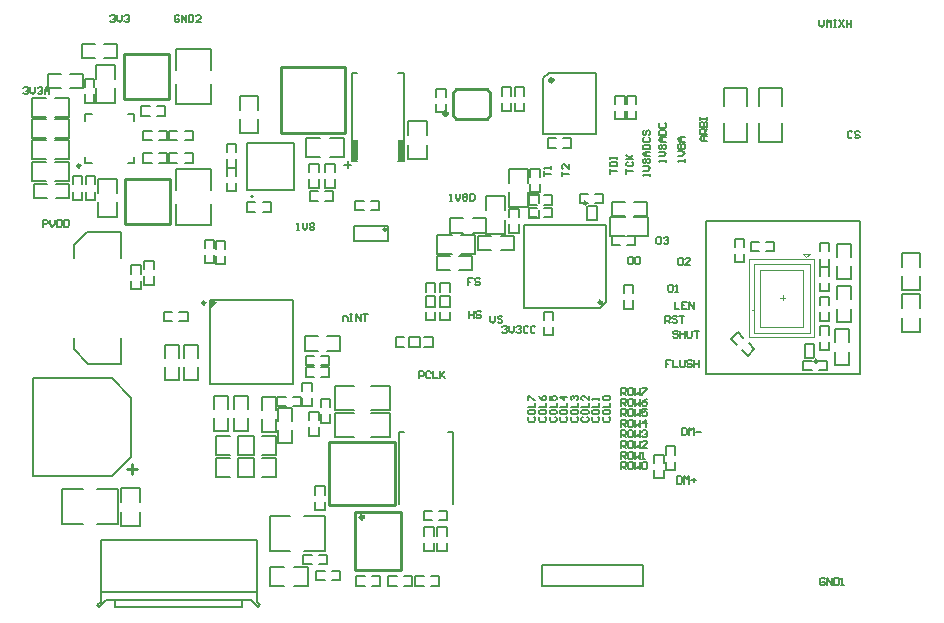
<source format=gto>
G04 Layer_Color=65535*
%FSLAX44Y44*%
%MOMM*%
G71*
G01*
G75*
%ADD57C,0.1500*%
%ADD58C,0.3000*%
%ADD63C,0.2000*%
%ADD64C,0.2500*%
%ADD99C,0.2540*%
%ADD100C,0.0500*%
%ADD101C,0.1524*%
%ADD102R,0.5000X1.7500*%
%ADD103R,0.5000X1.8000*%
G36*
X171000Y246500D02*
X166000Y241500D01*
X165000Y247500D01*
X171000Y246500D01*
D02*
G37*
D57*
X16000Y346000D02*
X27000D01*
X35000D02*
X46000D01*
X16000Y334000D02*
X27000D01*
X35000D02*
X46000D01*
X16000D02*
Y346000D01*
X46000Y334000D02*
Y346000D01*
X693799Y193000D02*
Y204000D01*
Y212000D02*
Y223000D01*
X705799Y193000D02*
Y204000D01*
Y212000D02*
Y223000D01*
X693799Y193000D02*
X705799D01*
X693799Y223000D02*
X705799D01*
X348500Y387500D02*
Y399500D01*
Y367500D02*
Y379500D01*
X332500Y387500D02*
Y399500D01*
Y367500D02*
Y379500D01*
Y399500D02*
X348500D01*
X332500Y367500D02*
X348500D01*
X611757Y220399D02*
X616707Y215450D01*
X620950Y211207D02*
X625900Y206257D01*
X606101Y214743D02*
X611050Y209793D01*
X615293Y205550D02*
X620243Y200600D01*
X606101Y214743D02*
X611757Y220399D01*
X620243Y200600D02*
X625900Y206257D01*
X357000Y285000D02*
X368000D01*
X376000D02*
X387000D01*
X357000Y273000D02*
X368000D01*
X376000D02*
X387000D01*
X357000D02*
Y285000D01*
X387000Y273000D02*
Y285000D01*
X264500Y205000D02*
X275500D01*
X245500D02*
X256500D01*
X264500Y217000D02*
X275500D01*
X245500D02*
X256500D01*
X275500Y205000D02*
Y217000D01*
X245500Y205000D02*
Y217000D01*
X209000Y136000D02*
Y147000D01*
Y155000D02*
Y166000D01*
X221000Y136000D02*
Y147000D01*
Y155000D02*
Y166000D01*
X209000Y136000D02*
X221000D01*
X209000Y166000D02*
X221000D01*
X243000Y158000D02*
X251000D01*
X243000Y178000D02*
X251000D01*
X243000Y158000D02*
Y165000D01*
Y171000D02*
Y178000D01*
X251000Y158000D02*
Y165000D01*
Y171000D02*
Y178000D01*
X436000Y339000D02*
X444000D01*
X436000Y359000D02*
X444000D01*
X436000Y339000D02*
Y346000D01*
Y352000D02*
Y359000D01*
X444000Y339000D02*
Y346000D01*
Y352000D02*
Y359000D01*
X435500Y337250D02*
X443500D01*
X435500Y317250D02*
X443500D01*
Y330250D02*
Y337250D01*
Y317250D02*
Y324250D01*
X435500Y330250D02*
Y337250D01*
Y317250D02*
Y324250D01*
X234500Y145500D02*
Y156500D01*
Y126500D02*
Y137500D01*
X222500Y145500D02*
Y156500D01*
Y126500D02*
Y137500D01*
Y156500D02*
X234500D01*
X222500Y126500D02*
X234500D01*
X347500Y242000D02*
Y249000D01*
Y255000D02*
Y262000D01*
X355500Y242000D02*
Y249000D01*
Y255000D02*
Y262000D01*
X347500Y242000D02*
X355500D01*
X347500Y262000D02*
X355500D01*
X360000Y242000D02*
Y249000D01*
Y255000D02*
Y262000D01*
X368000Y242000D02*
Y249000D01*
Y255000D02*
Y262000D01*
X360000Y242000D02*
X368000D01*
X360000Y262000D02*
X368000D01*
X355500Y244000D02*
Y251000D01*
Y231000D02*
Y238000D01*
X347500Y244000D02*
Y251000D01*
Y231000D02*
Y238000D01*
Y251000D02*
X355500D01*
X347500Y231000D02*
X355500D01*
X368000Y244000D02*
Y251000D01*
Y231000D02*
Y238000D01*
X360000Y244000D02*
Y251000D01*
Y231000D02*
Y238000D01*
Y251000D02*
X368000D01*
X360000Y231000D02*
X368000D01*
X301000Y324000D02*
X308000D01*
X288000D02*
X295000D01*
X301000Y332000D02*
X308000D01*
X288000D02*
X295000D01*
X308000Y324000D02*
Y332000D01*
X288000Y324000D02*
Y332000D01*
X262500D02*
X269500D01*
X249500D02*
X256500D01*
X262500Y340000D02*
X269500D01*
X249500D02*
X256500D01*
X269500Y332000D02*
Y340000D01*
X249500Y332000D02*
Y340000D01*
X257000Y356000D02*
Y363000D01*
Y343000D02*
Y350000D01*
X249000Y356000D02*
Y363000D01*
Y343000D02*
Y350000D01*
Y363000D02*
X257000D01*
X249000Y343000D02*
X257000D01*
X262500D02*
Y350000D01*
Y356000D02*
Y363000D01*
X270500Y343000D02*
Y350000D01*
Y356000D02*
Y363000D01*
X262500Y343000D02*
X270500D01*
X262500Y363000D02*
X270500D01*
X366000Y61500D02*
Y69500D01*
X346000Y61500D02*
Y69500D01*
X359000Y61500D02*
X366000D01*
X346000D02*
X353000D01*
X359000Y69500D02*
X366000D01*
X346000D02*
X353000D01*
X346500Y35500D02*
X354500D01*
X346500Y55500D02*
X354500D01*
X346500Y35500D02*
Y42500D01*
Y48500D02*
Y55500D01*
X354500Y35500D02*
Y42500D01*
Y48500D02*
Y55500D01*
X246000Y183000D02*
Y191000D01*
X266000Y183000D02*
Y191000D01*
X246000D02*
X253000D01*
X259000D02*
X266000D01*
X246000Y183000D02*
X253000D01*
X259000D02*
X266000D01*
X246000Y192500D02*
Y200500D01*
X266000Y192500D02*
Y200500D01*
X246000D02*
X253000D01*
X259000D02*
X266000D01*
X246000Y192500D02*
X253000D01*
X259000D02*
X266000D01*
X508000Y401000D02*
X516000D01*
X508000Y421000D02*
X516000D01*
X508000Y401000D02*
Y408000D01*
Y414000D02*
Y421000D01*
X516000Y401000D02*
Y408000D01*
Y414000D02*
Y421000D01*
X109500Y281000D02*
X117500D01*
X109500Y261000D02*
X117500D01*
Y274000D02*
Y281000D01*
Y261000D02*
Y268000D01*
X109500Y274000D02*
Y281000D01*
Y261000D02*
Y268000D01*
X254000Y90000D02*
X262000D01*
X254000Y70000D02*
X262000D01*
Y83000D02*
Y90000D01*
Y70000D02*
Y77000D01*
X254000Y83000D02*
Y90000D01*
Y70000D02*
Y77000D01*
X249000Y133000D02*
X257000D01*
X249000Y153000D02*
X257000D01*
X249000Y133000D02*
Y140000D01*
Y146000D02*
Y153000D01*
X257000Y133000D02*
Y140000D01*
Y146000D02*
Y153000D01*
X316000Y6000D02*
Y14000D01*
X336000Y6000D02*
Y14000D01*
X316000D02*
X323000D01*
X329000D02*
X336000D01*
X316000Y6000D02*
X323000D01*
X329000D02*
X336000D01*
X275000Y10500D02*
Y18500D01*
X255000Y10500D02*
Y18500D01*
X268000Y10500D02*
X275000D01*
X255000D02*
X262000D01*
X268000Y18500D02*
X275000D01*
X255000D02*
X262000D01*
X170000Y278000D02*
X178000D01*
X170000Y298000D02*
X178000D01*
X170000Y278000D02*
Y285000D01*
Y291000D02*
Y298000D01*
X178000Y278000D02*
Y285000D01*
Y291000D02*
Y298000D01*
X262500Y35500D02*
Y65000D01*
X245000D02*
X262500D01*
X245000Y35490D02*
X262500Y35500D01*
X215500Y65000D02*
X233000Y65010D01*
X215500Y35500D02*
X233000D01*
X215500D02*
Y65000D01*
X87000Y58500D02*
Y88000D01*
X69500D02*
X87000D01*
X69500Y58490D02*
X87000Y58500D01*
X40000Y88000D02*
X57500Y88010D01*
X40000Y58500D02*
X57500D01*
X40000D02*
Y88000D01*
X357500Y55500D02*
X365500D01*
X357500Y35500D02*
X365500D01*
Y48500D02*
Y55500D01*
Y35500D02*
Y42500D01*
X357500Y48500D02*
Y55500D01*
Y35500D02*
Y42500D01*
X257000Y24000D02*
X264000D01*
X244000D02*
X251000D01*
X257000Y32000D02*
X264000D01*
X244000D02*
X251000D01*
X264000Y24000D02*
Y32000D01*
X244000Y24000D02*
Y32000D01*
X289000Y6000D02*
Y14000D01*
X309000Y6000D02*
Y14000D01*
X289000D02*
X296000D01*
X302000D02*
X309000D01*
X289000Y6000D02*
X296000D01*
X302000D02*
X309000D01*
X359000Y6000D02*
Y14000D01*
X339000Y6000D02*
Y14000D01*
X352000Y6000D02*
X359000D01*
X339000D02*
X346000D01*
X352000Y14000D02*
X359000D01*
X339000D02*
X346000D01*
X168000Y137000D02*
Y148000D01*
Y156000D02*
Y167000D01*
X180000Y137000D02*
Y148000D01*
Y156000D02*
Y167000D01*
X168000Y137000D02*
X180000D01*
X168000Y167000D02*
X180000D01*
X377500Y287000D02*
X389500D01*
X357500D02*
X369500D01*
X377500Y303000D02*
X389500D01*
X357500D02*
X369500D01*
X389500Y287000D02*
Y303000D01*
X357500Y287000D02*
Y303000D01*
X518000Y401000D02*
X526000D01*
X518000Y421000D02*
X526000D01*
X518000Y401000D02*
Y408000D01*
Y414000D02*
Y421000D01*
X526000Y401000D02*
Y408000D01*
Y414000D02*
Y421000D01*
X412000Y428000D02*
X420000D01*
X412000Y408000D02*
X420000D01*
Y421000D02*
Y428000D01*
Y408000D02*
Y415000D01*
X412000Y421000D02*
Y428000D01*
Y408000D02*
Y415000D01*
X356500Y406876D02*
X364500D01*
X356500Y426876D02*
X364500D01*
X356500Y406876D02*
Y413876D01*
Y419876D02*
Y426876D01*
X364500Y406876D02*
Y413876D01*
Y419876D02*
Y426876D01*
X60000Y332750D02*
X68000D01*
X60000Y352750D02*
X68000D01*
X60000Y332750D02*
Y339750D01*
Y345750D02*
Y352750D01*
X68000Y332750D02*
Y339750D01*
Y345750D02*
Y352750D01*
X49000Y332750D02*
X57000D01*
X49000Y352750D02*
X57000D01*
X49000Y332750D02*
Y339750D01*
Y345750D02*
Y352750D01*
X57000Y332750D02*
Y339750D01*
Y345750D02*
Y352750D01*
X14000Y365000D02*
X26000D01*
X34000D02*
X46000D01*
X14000Y349000D02*
X26000D01*
X34000D02*
X46000D01*
X14000D02*
Y365000D01*
X46000Y349000D02*
Y365000D01*
X107000Y404000D02*
Y412000D01*
X127000Y404000D02*
Y412000D01*
X107000D02*
X114000D01*
X120000D02*
X127000D01*
X107000Y404000D02*
X114000D01*
X120000D02*
X127000D01*
X515500Y260500D02*
X523500D01*
X515500Y240500D02*
X523500D01*
Y253500D02*
Y260500D01*
Y240500D02*
Y247500D01*
X515500Y253500D02*
Y260500D01*
Y240500D02*
Y247500D01*
X108500Y383000D02*
Y391000D01*
X128500Y383000D02*
Y391000D01*
X108500D02*
X115500D01*
X121500D02*
X128500D01*
X108500Y383000D02*
X115500D01*
X121500D02*
X128500D01*
X216500Y322750D02*
Y330750D01*
X196500Y322750D02*
Y330750D01*
X209500Y322750D02*
X216500D01*
X196500D02*
X203500D01*
X209500Y330750D02*
X216500D01*
X196500D02*
X203500D01*
X179000Y380000D02*
X187000D01*
X179000Y360000D02*
X187000D01*
Y373000D02*
Y380000D01*
Y360000D02*
Y367000D01*
X179000Y373000D02*
Y380000D01*
Y360000D02*
Y367000D01*
X447500Y218000D02*
X455500D01*
X447500Y238000D02*
X455500D01*
X447500Y218000D02*
Y225000D01*
Y231000D02*
Y238000D01*
X455500Y218000D02*
Y225000D01*
Y231000D02*
Y238000D01*
X246500Y385000D02*
X258500D01*
X266500D02*
X278500D01*
X246500Y369000D02*
X258500D01*
X266500D02*
X278500D01*
X246500D02*
Y385000D01*
X278500Y369000D02*
Y385000D01*
X681250Y225500D02*
X689250D01*
X681250Y205500D02*
X689250D01*
Y218500D02*
Y225500D01*
Y205500D02*
Y212500D01*
X681250Y218500D02*
Y225500D01*
Y205500D02*
Y212500D01*
X485417Y327570D02*
X492417D01*
X484417Y315571D02*
X492417D01*
Y327570D01*
X484417Y315571D02*
Y326571D01*
X485417Y327570D01*
X766500Y276000D02*
Y288000D01*
Y256000D02*
Y268000D01*
X750500Y276000D02*
Y288000D01*
Y256000D02*
Y268000D01*
Y288000D02*
X766500D01*
X750500Y256000D02*
X766500D01*
X59000Y415000D02*
X67000D01*
X59000Y435000D02*
X67000D01*
X59000Y415000D02*
Y422000D01*
Y428000D02*
Y435000D01*
X67000Y415000D02*
Y422000D01*
Y428000D02*
Y435000D01*
X505000Y294250D02*
Y302250D01*
X525000Y294250D02*
Y302250D01*
X505000D02*
X512000D01*
X518000D02*
X525000D01*
X505000Y294250D02*
X512000D01*
X518000D02*
X525000D01*
X435000Y318000D02*
Y326000D01*
X455000Y318000D02*
Y326000D01*
X435000D02*
X442000D01*
X448000D02*
X455000D01*
X435000Y318000D02*
X442000D01*
X448000D02*
X455000D01*
X681250Y276000D02*
X689250D01*
X681250Y296000D02*
X689250D01*
X681250Y276000D02*
Y283000D01*
Y289000D02*
Y296000D01*
X689250Y276000D02*
Y283000D01*
Y289000D02*
Y296000D01*
X179000Y340000D02*
X187000D01*
X179000Y360000D02*
X187000D01*
X179000Y340000D02*
Y347000D01*
Y353000D02*
Y360000D01*
X187000Y340000D02*
Y347000D01*
Y353000D02*
Y360000D01*
X46000Y367000D02*
Y383000D01*
X14000Y367000D02*
Y383000D01*
X34000Y367000D02*
X46000D01*
X14000D02*
X26000D01*
X34000Y383000D02*
X46000D01*
X14000D02*
X26000D01*
X609515Y279870D02*
X617515D01*
X609515Y299870D02*
X617515D01*
X609515Y279870D02*
Y286870D01*
Y292870D02*
Y299870D01*
X617515Y279870D02*
Y286870D01*
Y292870D02*
Y299870D01*
X687500Y188500D02*
Y196500D01*
X667500Y188500D02*
Y196500D01*
X680500Y188500D02*
X687500D01*
X667500D02*
X674500D01*
X680500Y196500D02*
X687500D01*
X667500D02*
X674500D01*
X478000Y330000D02*
Y338000D01*
X498000Y330000D02*
Y338000D01*
X478000D02*
X485000D01*
X491000D02*
X498000D01*
X478000Y330000D02*
X485000D01*
X491000D02*
X498000D01*
X689250Y268500D02*
Y275500D01*
Y255500D02*
Y262500D01*
X681250Y268500D02*
Y275500D01*
Y255500D02*
Y262500D01*
Y275500D02*
X689250D01*
X681250Y255500D02*
X689250D01*
X681250Y250500D02*
X689250D01*
X681250Y230500D02*
X689250D01*
Y243500D02*
Y250500D01*
Y230500D02*
Y237500D01*
X681250Y243500D02*
Y250500D01*
Y230500D02*
Y237500D01*
X649500Y411750D02*
Y427750D01*
Y381750D02*
Y397750D01*
X629500Y411750D02*
Y427750D01*
Y381750D02*
Y397750D01*
Y427750D02*
X649500D01*
X629500Y381750D02*
X649500D01*
X622709Y289000D02*
Y297000D01*
X642709Y289000D02*
Y297000D01*
X622709D02*
X629709D01*
X635709D02*
X642709D01*
X622709Y289000D02*
X629709D01*
X635709D02*
X642709D01*
X14000Y419000D02*
X26000D01*
X34000D02*
X46000D01*
X14000Y403000D02*
X26000D01*
X34000D02*
X46000D01*
X14000D02*
Y419000D01*
X46000Y403000D02*
Y419000D01*
X524000Y302500D02*
X536000D01*
X504000D02*
X516000D01*
X524000Y318500D02*
X536000D01*
X504000D02*
X516000D01*
X536000Y302500D02*
Y318500D01*
X504000Y302500D02*
Y318500D01*
X750500Y221000D02*
Y233000D01*
Y241000D02*
Y253000D01*
X766500Y221000D02*
Y233000D01*
Y241000D02*
Y253000D01*
X750500Y221000D02*
X766500D01*
X750500Y253000D02*
X766500D01*
X206000Y409000D02*
Y421000D01*
Y389000D02*
Y401000D01*
X190000Y409000D02*
Y421000D01*
Y389000D02*
Y401000D01*
Y421000D02*
X206000D01*
X190000Y389000D02*
X206000D01*
X46000Y385000D02*
Y401000D01*
X14000Y385000D02*
Y401000D01*
X34000Y385000D02*
X46000D01*
X14000D02*
X26000D01*
X34000Y401000D02*
X46000D01*
X14000D02*
X26000D01*
X84500Y435000D02*
Y447000D01*
Y415000D02*
Y427000D01*
X68500Y435000D02*
Y447000D01*
Y415000D02*
Y427000D01*
Y447000D02*
X84500D01*
X68500Y415000D02*
X84500D01*
X130500Y391000D02*
X137500D01*
X143500D02*
X150500D01*
X130500Y383000D02*
X137500D01*
X143500D02*
X150500D01*
X130500D02*
Y391000D01*
X150500Y383000D02*
Y391000D01*
X130500Y372000D02*
X137500D01*
X143500D02*
X150500D01*
X130500Y364000D02*
X137500D01*
X143500D02*
X150500D01*
X130500D02*
Y372000D01*
X150500Y364000D02*
Y372000D01*
X108500D02*
X115500D01*
X121500D02*
X128500D01*
X108500Y364000D02*
X115500D01*
X121500D02*
X128500D01*
X108500D02*
Y372000D01*
X128500Y364000D02*
Y372000D01*
X70500Y318500D02*
Y330500D01*
Y338500D02*
Y350500D01*
X86500Y318500D02*
Y330500D01*
Y338500D02*
Y350500D01*
X70500Y318500D02*
X86500D01*
X70500Y350500D02*
X86500D01*
X549000Y110000D02*
Y117000D01*
Y97000D02*
Y104000D01*
X541000Y110000D02*
Y117000D01*
Y97000D02*
Y104000D01*
Y117000D02*
X549000D01*
X541000Y97000D02*
X549000D01*
X559000Y117000D02*
Y124000D01*
Y104000D02*
Y111000D01*
X551000Y117000D02*
Y124000D01*
Y104000D02*
Y111000D01*
Y124000D02*
X559000D01*
X551000Y104000D02*
X559000D01*
X620000Y411750D02*
Y427750D01*
Y381750D02*
Y397750D01*
X600000Y411750D02*
Y427750D01*
Y381750D02*
Y397750D01*
Y427750D02*
X620000D01*
X600000Y381750D02*
X620000D01*
X505000Y319000D02*
Y331000D01*
X535000Y319000D02*
Y331000D01*
X505000D02*
X516000D01*
X524000D02*
X535000D01*
X505000Y319000D02*
X516000D01*
X524000D02*
X535000D01*
X414500Y324000D02*
Y336000D01*
Y304000D02*
Y316000D01*
X398500Y324000D02*
Y336000D01*
Y304000D02*
Y316000D01*
Y336000D02*
X414500D01*
X398500Y304000D02*
X414500D01*
X426500Y318000D02*
Y325000D01*
Y305000D02*
Y312000D01*
X418500Y318000D02*
Y325000D01*
Y305000D02*
Y312000D01*
Y325000D02*
X426500D01*
X418500Y305000D02*
X426500D01*
X434000Y347000D02*
Y359000D01*
Y327000D02*
Y339000D01*
X418000Y347000D02*
Y359000D01*
Y327000D02*
Y339000D01*
Y359000D02*
X434000D01*
X418000Y327000D02*
X434000D01*
X422000Y290000D02*
Y302000D01*
X392000Y290000D02*
Y302000D01*
X411000Y290000D02*
X422000D01*
X392000D02*
X403000D01*
X411000Y302000D02*
X422000D01*
X392000D02*
X403000D01*
X398500Y305000D02*
Y317000D01*
X368500Y305000D02*
Y317000D01*
X387500Y305000D02*
X398500D01*
X368500D02*
X379500D01*
X387500Y317000D02*
X398500D01*
X368500D02*
X379500D01*
X448000Y328500D02*
X455000D01*
X435000D02*
X442000D01*
X448000Y336500D02*
X455000D01*
X435000D02*
X442000D01*
X455000Y328500D02*
Y336500D01*
X435000Y328500D02*
Y336500D01*
X136500Y413500D02*
X166000D01*
Y431000D01*
X136490D02*
X136500Y413500D01*
X166000Y460500D02*
X166010Y443000D01*
X136500D02*
Y460500D01*
X166000D01*
X136000Y358500D02*
X165500D01*
X136000Y341000D02*
Y358500D01*
X165500D02*
X165510Y341000D01*
X135990Y329000D02*
X136000Y311500D01*
X165500D02*
Y329000D01*
X136000Y311500D02*
X165500D01*
X668500Y198500D02*
X675500D01*
X668500Y210500D02*
X676500D01*
X668500Y198500D02*
Y210500D01*
X676500Y199500D02*
Y210500D01*
X675500Y198500D02*
X676500Y199500D01*
X451000Y377000D02*
Y385000D01*
X471000Y377000D02*
Y385000D01*
X451000D02*
X458000D01*
X464000D02*
X471000D01*
X451000Y377000D02*
X458000D01*
X464000D02*
X471000D01*
X98500Y277250D02*
X106500D01*
X98500Y257250D02*
X106500D01*
Y270250D02*
Y277250D01*
Y257250D02*
Y264250D01*
X98500Y270250D02*
Y277250D01*
Y257250D02*
Y264250D01*
X423000Y428000D02*
X431000D01*
X423000Y408000D02*
X431000D01*
Y421000D02*
Y428000D01*
Y408000D02*
Y415000D01*
X423000Y421000D02*
Y428000D01*
Y408000D02*
Y415000D01*
X106000Y76500D02*
Y88500D01*
Y56500D02*
Y68500D01*
X90000Y76500D02*
Y88500D01*
Y56500D02*
Y68500D01*
Y88500D02*
X106000D01*
X90000Y56500D02*
X106000D01*
X271000Y155000D02*
Y175000D01*
X317000Y155000D02*
Y175000D01*
X271000D02*
X287000D01*
X301000D02*
X317000D01*
X271000Y155000D02*
X287000D01*
X301000D02*
X317000D01*
X271000Y132000D02*
Y152000D01*
X317000Y132000D02*
Y152000D01*
X271000D02*
X287000D01*
X301000D02*
X317000D01*
X271000Y132000D02*
X287000D01*
X301000D02*
X317000D01*
X216000Y21500D02*
X228000D01*
X236000D02*
X248000D01*
X216000Y5500D02*
X228000D01*
X236000D02*
X248000D01*
X216000D02*
Y21500D01*
X248000Y5500D02*
Y21500D01*
X185000Y137000D02*
Y148000D01*
Y156000D02*
Y167000D01*
X197000Y137000D02*
Y148000D01*
Y156000D02*
Y167000D01*
X185000Y137000D02*
X197000D01*
X185000Y167000D02*
X197000D01*
X146000Y230000D02*
Y238000D01*
X126000Y230000D02*
Y238000D01*
X139000Y230000D02*
X146000D01*
X126000D02*
X133000D01*
X139000Y238000D02*
X146000D01*
X126000D02*
X133000D01*
X267000Y157000D02*
Y164000D01*
Y144000D02*
Y151000D01*
X259000Y157000D02*
Y164000D01*
Y144000D02*
Y151000D01*
Y164000D02*
X267000D01*
X259000Y144000D02*
X267000D01*
X189000Y114000D02*
X201000D01*
X209000D02*
X221000D01*
X189000Y98000D02*
X201000D01*
X209000D02*
X221000D01*
X189000D02*
Y114000D01*
X221000Y98000D02*
Y114000D01*
X189000Y133000D02*
X201000D01*
X209000D02*
X221000D01*
X189000Y117000D02*
X201000D01*
X209000D02*
X221000D01*
X189000D02*
Y133000D01*
X221000Y117000D02*
Y133000D01*
X170000D02*
X182000D01*
X190000D02*
X202000D01*
X170000Y117000D02*
X182000D01*
X190000D02*
X202000D01*
X170000D02*
Y133000D01*
X202000Y117000D02*
Y133000D01*
X170000Y114000D02*
X182000D01*
X190000D02*
X202000D01*
X170000Y98000D02*
X182000D01*
X190000D02*
X202000D01*
X170000D02*
Y114000D01*
X202000Y98000D02*
Y114000D01*
X160500Y279000D02*
X168500D01*
X160500Y299000D02*
X168500D01*
X160500Y279000D02*
Y286000D01*
Y292000D02*
Y299000D01*
X168500Y279000D02*
Y286000D01*
Y292000D02*
Y299000D01*
X222000Y158000D02*
Y166000D01*
X242000Y158000D02*
Y166000D01*
X222000D02*
X229000D01*
X235000D02*
X242000D01*
X222000Y158000D02*
X229000D01*
X235000D02*
X242000D01*
X127000Y180000D02*
Y191000D01*
Y199000D02*
Y210000D01*
X139000Y180000D02*
Y191000D01*
Y199000D02*
Y210000D01*
X127000Y180000D02*
X139000D01*
X127000Y210000D02*
X139000D01*
X143000Y180000D02*
Y191000D01*
Y199000D02*
Y210000D01*
X155000Y180000D02*
Y191000D01*
Y199000D02*
Y210000D01*
X143000Y180000D02*
X155000D01*
X143000Y210000D02*
X155000D01*
X418000Y327000D02*
Y339000D01*
Y347000D02*
Y359000D01*
X434000Y327000D02*
Y339000D01*
Y347000D02*
Y359000D01*
X418000Y327000D02*
X434000D01*
X418000Y359000D02*
X434000D01*
X708000Y248500D02*
Y259500D01*
Y229500D02*
Y240500D01*
X696000Y248500D02*
Y259500D01*
Y229500D02*
Y240500D01*
Y259500D02*
X708000D01*
X696000Y229500D02*
X708000D01*
X695500Y265500D02*
Y276500D01*
Y284500D02*
Y295500D01*
X707500Y265500D02*
Y276500D01*
Y284500D02*
Y295500D01*
X695500Y265500D02*
X707500D01*
X695500Y295500D02*
X707500D01*
X46500Y427000D02*
X57500D01*
X27500D02*
X38500D01*
X46500Y439000D02*
X57500D01*
X27500D02*
X38500D01*
X57500Y427000D02*
Y439000D01*
X27500Y427000D02*
Y439000D01*
X56500Y464500D02*
X67500D01*
X75500D02*
X86500D01*
X56500Y452500D02*
X67500D01*
X75500D02*
X86500D01*
X56500D02*
Y464500D01*
X86500Y452500D02*
Y464500D01*
X322500Y208500D02*
Y216500D01*
X342500Y208500D02*
Y216500D01*
X322500D02*
X329500D01*
X335500D02*
X342500D01*
X322500Y208500D02*
X329500D01*
X335500D02*
X342500D01*
X333500Y208500D02*
Y216500D01*
X353500Y208500D02*
Y216500D01*
X333500D02*
X340500D01*
X346500D02*
X353500D01*
X333500Y208500D02*
X340500D01*
X346500D02*
X353500D01*
X564500Y139498D02*
Y133500D01*
X567499D01*
X568499Y134500D01*
Y138498D01*
X567499Y139498D01*
X564500D01*
X570498Y133500D02*
Y139498D01*
X572497Y137499D01*
X574497Y139498D01*
Y133500D01*
X576496Y136499D02*
X580495D01*
X560500Y98498D02*
Y92500D01*
X563499D01*
X564499Y93500D01*
Y97498D01*
X563499Y98498D01*
X560500D01*
X566498Y92500D02*
Y98498D01*
X568497Y96499D01*
X570497Y98498D01*
Y92500D01*
X572496Y95499D02*
X576495D01*
X574496Y97498D02*
Y93500D01*
X402500Y234498D02*
Y230499D01*
X404499Y228500D01*
X406499Y230499D01*
Y234498D01*
X412497Y233498D02*
X411497Y234498D01*
X409498D01*
X408498Y233498D01*
Y232499D01*
X409498Y231499D01*
X411497D01*
X412497Y230499D01*
Y229500D01*
X411497Y228500D01*
X409498D01*
X408498Y229500D01*
X560999Y220998D02*
X559999Y221998D01*
X558000D01*
X557000Y220998D01*
Y219999D01*
X558000Y218999D01*
X559999D01*
X560999Y217999D01*
Y217000D01*
X559999Y216000D01*
X558000D01*
X557000Y217000D01*
X562998Y221998D02*
Y216000D01*
Y218999D01*
X566997D01*
Y221998D01*
Y216000D01*
X568996Y221998D02*
Y217000D01*
X569996Y216000D01*
X571995D01*
X572995Y217000D01*
Y221998D01*
X574994D02*
X578993D01*
X576993D01*
Y216000D01*
X550500Y228500D02*
Y234498D01*
X553499D01*
X554499Y233498D01*
Y231499D01*
X553499Y230499D01*
X550500D01*
X552499D02*
X554499Y228500D01*
X560497Y233498D02*
X559497Y234498D01*
X557498D01*
X556498Y233498D01*
Y232499D01*
X557498Y231499D01*
X559497D01*
X560497Y230499D01*
Y229500D01*
X559497Y228500D01*
X557498D01*
X556498Y229500D01*
X562496Y234498D02*
X566495D01*
X564496D01*
Y228500D01*
X513000Y167500D02*
Y173498D01*
X515999D01*
X516999Y172498D01*
Y170499D01*
X515999Y169499D01*
X513000D01*
X514999D02*
X516999Y167500D01*
X521997Y173498D02*
X519998D01*
X518998Y172498D01*
Y168500D01*
X519998Y167500D01*
X521997D01*
X522997Y168500D01*
Y172498D01*
X521997Y173498D01*
X524996D02*
Y167500D01*
X526996Y169499D01*
X528995Y167500D01*
Y173498D01*
X530994D02*
X534993D01*
Y172498D01*
X530994Y168500D01*
Y167500D01*
X513000Y158500D02*
Y164498D01*
X515999D01*
X516999Y163498D01*
Y161499D01*
X515999Y160499D01*
X513000D01*
X514999D02*
X516999Y158500D01*
X521997Y164498D02*
X519998D01*
X518998Y163498D01*
Y159500D01*
X519998Y158500D01*
X521997D01*
X522997Y159500D01*
Y163498D01*
X521997Y164498D01*
X524996D02*
Y158500D01*
X526996Y160499D01*
X528995Y158500D01*
Y164498D01*
X534993D02*
X532994Y163498D01*
X530994Y161499D01*
Y159500D01*
X531994Y158500D01*
X533993D01*
X534993Y159500D01*
Y160499D01*
X533993Y161499D01*
X530994D01*
X513000Y149500D02*
Y155498D01*
X515999D01*
X516999Y154498D01*
Y152499D01*
X515999Y151499D01*
X513000D01*
X514999D02*
X516999Y149500D01*
X521997Y155498D02*
X519998D01*
X518998Y154498D01*
Y150500D01*
X519998Y149500D01*
X521997D01*
X522997Y150500D01*
Y154498D01*
X521997Y155498D01*
X524996D02*
Y149500D01*
X526996Y151499D01*
X528995Y149500D01*
Y155498D01*
X534993D02*
X530994D01*
Y152499D01*
X532994Y153499D01*
X533993D01*
X534993Y152499D01*
Y150500D01*
X533993Y149500D01*
X531994D01*
X530994Y150500D01*
X513000Y140500D02*
Y146498D01*
X515999D01*
X516999Y145498D01*
Y143499D01*
X515999Y142499D01*
X513000D01*
X514999D02*
X516999Y140500D01*
X521997Y146498D02*
X519998D01*
X518998Y145498D01*
Y141500D01*
X519998Y140500D01*
X521997D01*
X522997Y141500D01*
Y145498D01*
X521997Y146498D01*
X524996D02*
Y140500D01*
X526996Y142499D01*
X528995Y140500D01*
Y146498D01*
X533993Y140500D02*
Y146498D01*
X530994Y143499D01*
X534993D01*
X513000Y131500D02*
Y137498D01*
X515999D01*
X516999Y136498D01*
Y134499D01*
X515999Y133499D01*
X513000D01*
X514999D02*
X516999Y131500D01*
X521997Y137498D02*
X519998D01*
X518998Y136498D01*
Y132500D01*
X519998Y131500D01*
X521997D01*
X522997Y132500D01*
Y136498D01*
X521997Y137498D01*
X524996D02*
Y131500D01*
X526996Y133499D01*
X528995Y131500D01*
Y137498D01*
X530994Y136498D02*
X531994Y137498D01*
X533993D01*
X534993Y136498D01*
Y135499D01*
X533993Y134499D01*
X532994D01*
X533993D01*
X534993Y133499D01*
Y132500D01*
X533993Y131500D01*
X531994D01*
X530994Y132500D01*
X513000Y122500D02*
Y128498D01*
X515999D01*
X516999Y127498D01*
Y125499D01*
X515999Y124499D01*
X513000D01*
X514999D02*
X516999Y122500D01*
X521997Y128498D02*
X519998D01*
X518998Y127498D01*
Y123500D01*
X519998Y122500D01*
X521997D01*
X522997Y123500D01*
Y127498D01*
X521997Y128498D01*
X524996D02*
Y122500D01*
X526996Y124499D01*
X528995Y122500D01*
Y128498D01*
X534993Y122500D02*
X530994D01*
X534993Y126499D01*
Y127498D01*
X533993Y128498D01*
X531994D01*
X530994Y127498D01*
X513000Y113500D02*
Y119498D01*
X515999D01*
X516999Y118498D01*
Y116499D01*
X515999Y115499D01*
X513000D01*
X514999D02*
X516999Y113500D01*
X521997Y119498D02*
X519998D01*
X518998Y118498D01*
Y114500D01*
X519998Y113500D01*
X521997D01*
X522997Y114500D01*
Y118498D01*
X521997Y119498D01*
X524996D02*
Y113500D01*
X526996Y115499D01*
X528995Y113500D01*
Y119498D01*
X530994Y113500D02*
X532994D01*
X531994D01*
Y119498D01*
X530994Y118498D01*
X513000Y104500D02*
Y110498D01*
X515999D01*
X516999Y109498D01*
Y107499D01*
X515999Y106499D01*
X513000D01*
X514999D02*
X516999Y104500D01*
X521997Y110498D02*
X519998D01*
X518998Y109498D01*
Y105500D01*
X519998Y104500D01*
X521997D01*
X522997Y105500D01*
Y109498D01*
X521997Y110498D01*
X524996D02*
Y104500D01*
X526996Y106499D01*
X528995Y104500D01*
Y110498D01*
X530994Y109498D02*
X531994Y110498D01*
X533993D01*
X534993Y109498D01*
Y105500D01*
X533993Y104500D01*
X531994D01*
X530994Y105500D01*
Y109498D01*
X342000Y181500D02*
Y187498D01*
X344999D01*
X345999Y186498D01*
Y184499D01*
X344999Y183499D01*
X342000D01*
X351997Y186498D02*
X350997Y187498D01*
X348998D01*
X347998Y186498D01*
Y182500D01*
X348998Y181500D01*
X350997D01*
X351997Y182500D01*
X353996Y187498D02*
Y181500D01*
X357995D01*
X359994Y187498D02*
Y181500D01*
Y183499D01*
X363993Y187498D01*
X360994Y184499D01*
X363993Y181500D01*
X545999Y301498D02*
X544000D01*
X543000Y300498D01*
Y296500D01*
X544000Y295500D01*
X545999D01*
X546999Y296500D01*
Y300498D01*
X545999Y301498D01*
X548998Y300498D02*
X549998Y301498D01*
X551997D01*
X552997Y300498D01*
Y299499D01*
X551997Y298499D01*
X550997D01*
X551997D01*
X552997Y297499D01*
Y296500D01*
X551997Y295500D01*
X549998D01*
X548998Y296500D01*
X564499Y283498D02*
X562500D01*
X561500Y282498D01*
Y278500D01*
X562500Y277500D01*
X564499D01*
X565499Y278500D01*
Y282498D01*
X564499Y283498D01*
X571497Y277500D02*
X567498D01*
X571497Y281499D01*
Y282498D01*
X570497Y283498D01*
X568498D01*
X567498Y282498D01*
X555999Y260998D02*
X554000D01*
X553000Y259998D01*
Y256000D01*
X554000Y255000D01*
X555999D01*
X556999Y256000D01*
Y259998D01*
X555999Y260998D01*
X558998Y255000D02*
X560997D01*
X559998D01*
Y260998D01*
X558998Y259998D01*
X521999Y284498D02*
X520000D01*
X519000Y283498D01*
Y279500D01*
X520000Y278500D01*
X521999D01*
X522999Y279500D01*
Y283498D01*
X521999Y284498D01*
X524998Y283498D02*
X525998Y284498D01*
X527997D01*
X528997Y283498D01*
Y279500D01*
X527997Y278500D01*
X525998D01*
X524998Y279500D01*
Y283498D01*
X558500Y246498D02*
Y240500D01*
X562499D01*
X568497Y246498D02*
X564498D01*
Y240500D01*
X568497D01*
X564498Y243499D02*
X566497D01*
X570496Y240500D02*
Y246498D01*
X574495Y240500D01*
Y246498D01*
X384500Y238498D02*
Y232500D01*
Y235499D01*
X388499D01*
Y238498D01*
Y232500D01*
X394497Y237498D02*
X393497Y238498D01*
X391498D01*
X390498Y237498D01*
Y236499D01*
X391498Y235499D01*
X393497D01*
X394497Y234499D01*
Y233500D01*
X393497Y232500D01*
X391498D01*
X390498Y233500D01*
X554999Y196998D02*
X551000D01*
Y193999D01*
X552999D01*
X551000D01*
Y191000D01*
X556998Y196998D02*
Y191000D01*
X560997D01*
X562996Y196998D02*
Y192000D01*
X563996Y191000D01*
X565995D01*
X566995Y192000D01*
Y196998D01*
X572993Y195998D02*
X571993Y196998D01*
X569994D01*
X568994Y195998D01*
Y194999D01*
X569994Y193999D01*
X571993D01*
X572993Y192999D01*
Y192000D01*
X571993Y191000D01*
X569994D01*
X568994Y192000D01*
X574992Y196998D02*
Y191000D01*
Y193999D01*
X578991D01*
Y196998D01*
Y191000D01*
X708999Y389998D02*
X707999Y390998D01*
X706000D01*
X705000Y389998D01*
Y386000D01*
X706000Y385000D01*
X707999D01*
X708999Y386000D01*
X714997Y389998D02*
X713997Y390998D01*
X711998D01*
X710998Y389998D01*
Y388999D01*
X711998Y387999D01*
X713997D01*
X714997Y386999D01*
Y386000D01*
X713997Y385000D01*
X711998D01*
X710998Y386000D01*
X435502Y148999D02*
X434502Y147999D01*
Y146000D01*
X435502Y145000D01*
X439500D01*
X440500Y146000D01*
Y147999D01*
X439500Y148999D01*
X434502Y153997D02*
Y151998D01*
X435502Y150998D01*
X439500D01*
X440500Y151998D01*
Y153997D01*
X439500Y154997D01*
X435502D01*
X434502Y153997D01*
Y156996D02*
X440500D01*
Y160995D01*
X434502Y162994D02*
Y166993D01*
X435502D01*
X439500Y162994D01*
X440500D01*
X444502Y148999D02*
X443502Y147999D01*
Y146000D01*
X444502Y145000D01*
X448500D01*
X449500Y146000D01*
Y147999D01*
X448500Y148999D01*
X443502Y153997D02*
Y151998D01*
X444502Y150998D01*
X448500D01*
X449500Y151998D01*
Y153997D01*
X448500Y154997D01*
X444502D01*
X443502Y153997D01*
Y156996D02*
X449500D01*
Y160995D01*
X443502Y166993D02*
X444502Y164993D01*
X446501Y162994D01*
X448500D01*
X449500Y163994D01*
Y165993D01*
X448500Y166993D01*
X447501D01*
X446501Y165993D01*
Y162994D01*
X453502Y148999D02*
X452502Y147999D01*
Y146000D01*
X453502Y145000D01*
X457500D01*
X458500Y146000D01*
Y147999D01*
X457500Y148999D01*
X452502Y153997D02*
Y151998D01*
X453502Y150998D01*
X457500D01*
X458500Y151998D01*
Y153997D01*
X457500Y154997D01*
X453502D01*
X452502Y153997D01*
Y156996D02*
X458500D01*
Y160995D01*
X452502Y166993D02*
Y162994D01*
X455501D01*
X454501Y164993D01*
Y165993D01*
X455501Y166993D01*
X457500D01*
X458500Y165993D01*
Y163994D01*
X457500Y162994D01*
X462502Y148999D02*
X461502Y147999D01*
Y146000D01*
X462502Y145000D01*
X466500D01*
X467500Y146000D01*
Y147999D01*
X466500Y148999D01*
X461502Y153997D02*
Y151998D01*
X462502Y150998D01*
X466500D01*
X467500Y151998D01*
Y153997D01*
X466500Y154997D01*
X462502D01*
X461502Y153997D01*
Y156996D02*
X467500D01*
Y160995D01*
Y165993D02*
X461502D01*
X464501Y162994D01*
Y166993D01*
X471502Y148999D02*
X470502Y147999D01*
Y146000D01*
X471502Y145000D01*
X475500D01*
X476500Y146000D01*
Y147999D01*
X475500Y148999D01*
X470502Y153997D02*
Y151998D01*
X471502Y150998D01*
X475500D01*
X476500Y151998D01*
Y153997D01*
X475500Y154997D01*
X471502D01*
X470502Y153997D01*
Y156996D02*
X476500D01*
Y160995D01*
X471502Y162994D02*
X470502Y163994D01*
Y165993D01*
X471502Y166993D01*
X472501D01*
X473501Y165993D01*
Y164993D01*
Y165993D01*
X474501Y166993D01*
X475500D01*
X476500Y165993D01*
Y163994D01*
X475500Y162994D01*
X480502Y148999D02*
X479502Y147999D01*
Y146000D01*
X480502Y145000D01*
X484500D01*
X485500Y146000D01*
Y147999D01*
X484500Y148999D01*
X479502Y153997D02*
Y151998D01*
X480502Y150998D01*
X484500D01*
X485500Y151998D01*
Y153997D01*
X484500Y154997D01*
X480502D01*
X479502Y153997D01*
Y156996D02*
X485500D01*
Y160995D01*
Y166993D02*
Y162994D01*
X481501Y166993D01*
X480502D01*
X479502Y165993D01*
Y163994D01*
X480502Y162994D01*
X489502Y148999D02*
X488502Y147999D01*
Y146000D01*
X489502Y145000D01*
X493500D01*
X494500Y146000D01*
Y147999D01*
X493500Y148999D01*
X488502Y153997D02*
Y151998D01*
X489502Y150998D01*
X493500D01*
X494500Y151998D01*
Y153997D01*
X493500Y154997D01*
X489502D01*
X488502Y153997D01*
Y156996D02*
X494500D01*
Y160995D01*
Y162994D02*
Y164993D01*
Y163994D01*
X488502D01*
X489502Y162994D01*
X498502Y148999D02*
X497502Y147999D01*
Y146000D01*
X498502Y145000D01*
X502500D01*
X503500Y146000D01*
Y147999D01*
X502500Y148999D01*
X497502Y153997D02*
Y151998D01*
X498502Y150998D01*
X502500D01*
X503500Y151998D01*
Y153997D01*
X502500Y154997D01*
X498502D01*
X497502Y153997D01*
Y156996D02*
X503500D01*
Y160995D01*
X498502Y162994D02*
X497502Y163994D01*
Y165993D01*
X498502Y166993D01*
X502500D01*
X503500Y165993D01*
Y163994D01*
X502500Y162994D01*
X498502D01*
X387499Y266498D02*
X383500D01*
Y263499D01*
X385499D01*
X383500D01*
Y260500D01*
X393497Y265498D02*
X392497Y266498D01*
X390498D01*
X389498Y265498D01*
Y264499D01*
X390498Y263499D01*
X392497D01*
X393497Y262499D01*
Y261500D01*
X392497Y260500D01*
X390498D01*
X389498Y261500D01*
X685499Y11498D02*
X684499Y12498D01*
X682500D01*
X681500Y11498D01*
Y7500D01*
X682500Y6500D01*
X684499D01*
X685499Y7500D01*
Y9499D01*
X683499D01*
X687498Y6500D02*
Y12498D01*
X691497Y6500D01*
Y12498D01*
X693496D02*
Y6500D01*
X696495D01*
X697495Y7500D01*
Y11498D01*
X696495Y12498D01*
X693496D01*
X699494Y6500D02*
X701494D01*
X700494D01*
Y12498D01*
X699494Y11498D01*
X448002Y353000D02*
Y356999D01*
Y354999D01*
X454000D01*
Y358998D02*
Y360997D01*
Y359998D01*
X448002D01*
X449002Y358998D01*
X463002Y352692D02*
Y356691D01*
Y354692D01*
X469000D01*
Y362689D02*
Y358690D01*
X465001Y362689D01*
X464002D01*
X463002Y361689D01*
Y359690D01*
X464002Y358690D01*
X412500Y224998D02*
X413500Y225998D01*
X415499D01*
X416499Y224998D01*
Y223999D01*
X415499Y222999D01*
X414499D01*
X415499D01*
X416499Y221999D01*
Y221000D01*
X415499Y220000D01*
X413500D01*
X412500Y221000D01*
X418498Y225998D02*
Y221999D01*
X420497Y220000D01*
X422497Y221999D01*
Y225998D01*
X424496Y224998D02*
X425496Y225998D01*
X427495D01*
X428495Y224998D01*
Y223999D01*
X427495Y222999D01*
X426496D01*
X427495D01*
X428495Y221999D01*
Y221000D01*
X427495Y220000D01*
X425496D01*
X424496Y221000D01*
X434493Y224998D02*
X433493Y225998D01*
X431494D01*
X430494Y224998D01*
Y221000D01*
X431494Y220000D01*
X433493D01*
X434493Y221000D01*
X440491Y224998D02*
X439491Y225998D01*
X437492D01*
X436492Y224998D01*
Y221000D01*
X437492Y220000D01*
X439491D01*
X440491Y221000D01*
X368000Y332000D02*
X369999D01*
X369000D01*
Y337998D01*
X368000Y336998D01*
X372998Y337998D02*
Y333999D01*
X374998Y332000D01*
X376997Y333999D01*
Y337998D01*
X378996Y336998D02*
X379996Y337998D01*
X381996D01*
X382995Y336998D01*
Y335999D01*
X381996Y334999D01*
X382995Y333999D01*
Y333000D01*
X381996Y332000D01*
X379996D01*
X378996Y333000D01*
Y333999D01*
X379996Y334999D01*
X378996Y335999D01*
Y336998D01*
X379996Y334999D02*
X381996D01*
X384995Y337998D02*
Y332000D01*
X387994D01*
X388993Y333000D01*
Y336998D01*
X387994Y337998D01*
X384995D01*
X567000Y365000D02*
Y366999D01*
Y366000D01*
X561002D01*
X562002Y365000D01*
X561002Y369998D02*
X565001D01*
X567000Y371998D01*
X565001Y373997D01*
X561002D01*
X562002Y375996D02*
X561002Y376996D01*
Y378996D01*
X562002Y379995D01*
X563001D01*
X564001Y378996D01*
X565001Y379995D01*
X566000D01*
X567000Y378996D01*
Y376996D01*
X566000Y375996D01*
X565001D01*
X564001Y376996D01*
X563001Y375996D01*
X562002D01*
X564001Y376996D02*
Y378996D01*
X567000Y381995D02*
X563001D01*
X561002Y383994D01*
X563001Y385993D01*
X567000D01*
X564001D01*
Y381995D01*
X551000Y364500D02*
Y366499D01*
Y365500D01*
X545002D01*
X546002Y364500D01*
X545002Y369498D02*
X549001D01*
X551000Y371498D01*
X549001Y373497D01*
X545002D01*
X546002Y375496D02*
X545002Y376496D01*
Y378495D01*
X546002Y379495D01*
X547001D01*
X548001Y378495D01*
X549001Y379495D01*
X550000D01*
X551000Y378495D01*
Y376496D01*
X550000Y375496D01*
X549001D01*
X548001Y376496D01*
X547001Y375496D01*
X546002D01*
X548001Y376496D02*
Y378495D01*
X551000Y381494D02*
X547001D01*
X545002Y383494D01*
X547001Y385493D01*
X551000D01*
X548001D01*
Y381494D01*
X545002Y387492D02*
X551000D01*
Y390492D01*
X550000Y391491D01*
X546002D01*
X545002Y390492D01*
Y387492D01*
X546002Y397489D02*
X545002Y396490D01*
Y394490D01*
X546002Y393491D01*
X550000D01*
X551000Y394490D01*
Y396490D01*
X550000Y397489D01*
X537500Y352500D02*
Y354499D01*
Y353500D01*
X531502D01*
X532502Y352500D01*
X531502Y357498D02*
X535501D01*
X537500Y359498D01*
X535501Y361497D01*
X531502D01*
X532502Y363496D02*
X531502Y364496D01*
Y366496D01*
X532502Y367495D01*
X533501D01*
X534501Y366496D01*
X535501Y367495D01*
X536500D01*
X537500Y366496D01*
Y364496D01*
X536500Y363496D01*
X535501D01*
X534501Y364496D01*
X533501Y363496D01*
X532502D01*
X534501Y364496D02*
Y366496D01*
X537500Y369495D02*
X533501D01*
X531502Y371494D01*
X533501Y373493D01*
X537500D01*
X534501D01*
Y369495D01*
X531502Y375493D02*
X537500D01*
Y378492D01*
X536500Y379491D01*
X532502D01*
X531502Y378492D01*
Y375493D01*
X532502Y385489D02*
X531502Y384490D01*
Y382490D01*
X532502Y381491D01*
X536500D01*
X537500Y382490D01*
Y384490D01*
X536500Y385489D01*
X532502Y391487D02*
X531502Y390488D01*
Y388488D01*
X532502Y387489D01*
X533501D01*
X534501Y388488D01*
Y390488D01*
X535501Y391487D01*
X536500D01*
X537500Y390488D01*
Y388488D01*
X536500Y387489D01*
X80500Y487998D02*
X81500Y488998D01*
X83499D01*
X84499Y487998D01*
Y486999D01*
X83499Y485999D01*
X82499D01*
X83499D01*
X84499Y484999D01*
Y484000D01*
X83499Y483000D01*
X81500D01*
X80500Y484000D01*
X86498Y488998D02*
Y484999D01*
X88497Y483000D01*
X90497Y484999D01*
Y488998D01*
X92496Y487998D02*
X93496Y488998D01*
X95495D01*
X96495Y487998D01*
Y486999D01*
X95495Y485999D01*
X94495D01*
X95495D01*
X96495Y484999D01*
Y484000D01*
X95495Y483000D01*
X93496D01*
X92496Y484000D01*
X138999Y487998D02*
X137999Y488998D01*
X136000D01*
X135000Y487998D01*
Y484000D01*
X136000Y483000D01*
X137999D01*
X138999Y484000D01*
Y485999D01*
X136999D01*
X140998Y483000D02*
Y488998D01*
X144997Y483000D01*
Y488998D01*
X146996D02*
Y483000D01*
X149995D01*
X150995Y484000D01*
Y487998D01*
X149995Y488998D01*
X146996D01*
X156993Y483000D02*
X152994D01*
X156993Y486999D01*
Y487998D01*
X155993Y488998D01*
X153994D01*
X152994Y487998D01*
X238500Y307000D02*
X240499D01*
X239500D01*
Y312998D01*
X238500Y311998D01*
X243498Y312998D02*
Y308999D01*
X245498Y307000D01*
X247497Y308999D01*
Y312998D01*
X249496Y311998D02*
X250496Y312998D01*
X252495D01*
X253495Y311998D01*
Y310999D01*
X252495Y309999D01*
X253495Y308999D01*
Y308000D01*
X252495Y307000D01*
X250496D01*
X249496Y308000D01*
Y308999D01*
X250496Y309999D01*
X249496Y310999D01*
Y311998D01*
X250496Y309999D02*
X252495D01*
X7000Y426998D02*
X8000Y427998D01*
X9999D01*
X10999Y426998D01*
Y425999D01*
X9999Y424999D01*
X8999D01*
X9999D01*
X10999Y423999D01*
Y423000D01*
X9999Y422000D01*
X8000D01*
X7000Y423000D01*
X12998Y427998D02*
Y423999D01*
X14997Y422000D01*
X16997Y423999D01*
Y427998D01*
X18996Y426998D02*
X19996Y427998D01*
X21995D01*
X22995Y426998D01*
Y425999D01*
X21995Y424999D01*
X20996D01*
X21995D01*
X22995Y423999D01*
Y423000D01*
X21995Y422000D01*
X19996D01*
X18996Y423000D01*
X24994Y422000D02*
Y425999D01*
X26994Y427998D01*
X28993Y425999D01*
Y422000D01*
Y424999D01*
X24994D01*
X681000Y484998D02*
Y480999D01*
X682999Y479000D01*
X684999Y480999D01*
Y484998D01*
X686998Y479000D02*
Y484998D01*
X688997Y482999D01*
X690997Y484998D01*
Y479000D01*
X692996Y484998D02*
X694995D01*
X693996D01*
Y479000D01*
X692996D01*
X694995D01*
X697995Y484998D02*
X701993Y479000D01*
Y484998D02*
X697995Y479000D01*
X703992Y484998D02*
Y479000D01*
Y481999D01*
X707991D01*
Y484998D01*
Y479000D01*
X23500Y310000D02*
Y315998D01*
X26499D01*
X27499Y314998D01*
Y312999D01*
X26499Y311999D01*
X23500D01*
X29498Y315998D02*
Y311999D01*
X31497Y310000D01*
X33497Y311999D01*
Y315998D01*
X35496D02*
Y310000D01*
X38495D01*
X39495Y311000D01*
Y314998D01*
X38495Y315998D01*
X35496D01*
X41494D02*
Y310000D01*
X44493D01*
X45493Y311000D01*
Y314998D01*
X44493Y315998D01*
X41494D01*
X586000Y382500D02*
X582001D01*
X580002Y384499D01*
X582001Y386499D01*
X586000D01*
X583001D01*
Y382500D01*
X586000Y388498D02*
X580002D01*
Y391497D01*
X581002Y392497D01*
X583001D01*
X584001Y391497D01*
Y388498D01*
Y390497D02*
X586000Y392497D01*
X580002Y394496D02*
X586000D01*
Y397495D01*
X585000Y398495D01*
X584001D01*
X583001Y397495D01*
Y394496D01*
Y397495D01*
X582001Y398495D01*
X581002D01*
X580002Y397495D01*
Y394496D01*
Y400494D02*
Y402494D01*
Y401494D01*
X586000D01*
Y400494D01*
Y402494D01*
X517502Y355000D02*
Y358999D01*
Y356999D01*
X523500D01*
X518502Y364997D02*
X517502Y363997D01*
Y361998D01*
X518502Y360998D01*
X522500D01*
X523500Y361998D01*
Y363997D01*
X522500Y364997D01*
X517502Y366996D02*
X523500D01*
X521501D01*
X517502Y370995D01*
X520501Y367996D01*
X523500Y370995D01*
X503502Y355000D02*
Y358999D01*
Y356999D01*
X509500D01*
X503502Y360998D02*
X509500D01*
Y363997D01*
X508500Y364997D01*
X504502D01*
X503502Y363997D01*
Y360998D01*
Y366996D02*
Y368996D01*
Y367996D01*
X509500D01*
Y366996D01*
Y368996D01*
X277500Y230000D02*
Y233999D01*
X280499D01*
X281499Y232999D01*
Y230000D01*
X283498Y235998D02*
X285497D01*
X284498D01*
Y230000D01*
X283498D01*
X285497D01*
X288496D02*
Y235998D01*
X292495Y230000D01*
Y235998D01*
X294494D02*
X298493D01*
X296494D01*
Y230000D01*
D58*
X295000Y64000D02*
G03*
X295000Y64000I-1500J0D01*
G01*
X366000Y405626D02*
G03*
X366000Y405626I-1500J0D01*
G01*
X455500Y434000D02*
G03*
X455500Y434000I-1500J0D01*
G01*
X496500Y246000D02*
G03*
X496500Y246000I-1000J0D01*
G01*
D63*
X625050Y239076D02*
G03*
X625050Y239076I-78J0D01*
G01*
X201500Y335500D02*
G03*
X201500Y335500I-1000J0D01*
G01*
X90000Y194125D02*
Y216125D01*
X62000Y194125D02*
X90000D01*
X50000Y206125D02*
Y216125D01*
Y206125D02*
X62000Y194125D01*
X50000Y294875D02*
X61000Y305875D01*
X50000Y283875D02*
Y294875D01*
X61000Y305875D02*
X90000D01*
Y283875D02*
Y305875D01*
X72500Y45000D02*
X204500D01*
X72500Y1000D02*
X204500D01*
X77000Y-6000D02*
X200000D01*
X204500Y-7500D02*
Y45000D01*
X72500Y-7500D02*
Y45000D01*
X85000Y-12000D02*
X192000D01*
Y-6000D01*
X85000Y-12000D02*
Y-6000D01*
X69500Y-10500D02*
X72500Y-7500D01*
X69500Y-10500D02*
X71000Y-12000D01*
X77000Y-6000D01*
X200000D02*
X206000Y-12000D01*
X207500Y-10500D01*
X204500Y-7500D02*
X207500Y-10500D01*
X287070Y297584D02*
X316070D01*
X287070Y310583D02*
X316070D01*
X287070Y297584D02*
Y310583D01*
X316070Y297584D02*
Y310583D01*
X585000Y185000D02*
Y315000D01*
X715000Y185000D02*
Y315000D01*
X585000D02*
X715000D01*
X585000Y185000D02*
X715000D01*
X446500Y5750D02*
X531250D01*
Y23500D01*
X446500D02*
X531250D01*
X446500Y5750D02*
Y23500D01*
X15500Y98500D02*
Y181500D01*
Y98500D02*
X82000D01*
X98500Y115000D01*
Y165000D01*
X15500Y181500D02*
X82000D01*
X98500Y165000D01*
X329000Y366000D02*
Y440000D01*
X285000Y366000D02*
Y440000D01*
X324500Y366000D02*
X329000D01*
X285000D02*
X289500D01*
X324500Y440000D02*
X329000D01*
X285000D02*
X289500D01*
X281500Y359500D02*
Y365500D01*
X278500Y362500D02*
X284500Y362500D01*
X59000Y363500D02*
X64750D01*
X59000D02*
Y369250D01*
Y399750D02*
Y405500D01*
X64750D01*
X95250D02*
X101000D01*
Y399750D02*
Y405500D01*
Y363500D02*
Y369250D01*
X95250Y363500D02*
X101000D01*
X196000Y341000D02*
Y381000D01*
X236000D01*
Y341000D02*
Y381000D01*
X196000Y341000D02*
X236000D01*
X447350Y435920D02*
X451680Y440250D01*
X447350Y388250D02*
Y435920D01*
Y388250D02*
X491650D01*
Y440250D01*
X451680D02*
X491650D01*
X430500Y241000D02*
X495500D01*
X500500Y246000D01*
Y311000D01*
X430500D02*
X500500D01*
X430500Y241000D02*
Y311000D01*
X165000Y177000D02*
X235000D01*
X165000Y247500D02*
X235000D01*
Y177000D02*
Y247500D01*
X165000Y177000D02*
Y247500D01*
D64*
X483967Y329971D02*
G03*
X483967Y329971I-1250J0D01*
G01*
X55250Y361500D02*
G03*
X55250Y361500I-1250J0D01*
G01*
X679450Y196100D02*
G03*
X679450Y196100I-1250J0D01*
G01*
X161000Y245500D02*
G03*
X161000Y245500I-1250J0D01*
G01*
X99000Y101000D02*
Y109000D01*
X95000Y105000D02*
X103000D01*
D99*
X314070Y307584D02*
G03*
X314070Y307584I-1000J0D01*
G01*
X287500Y19500D02*
Y68500D01*
Y19500D02*
X326500D01*
Y68500D01*
X287500D02*
X326500D01*
X266000Y74000D02*
X322000D01*
Y128000D01*
X266000D02*
X322000D01*
X266000Y74000D02*
Y128000D01*
X399500Y401376D02*
X402500Y404376D01*
X370500D02*
X373500Y401376D01*
X399500D01*
X402500Y404376D02*
Y423376D01*
X399500Y426376D02*
X402500Y423376D01*
X373500Y426376D02*
X399500D01*
X370500Y423376D02*
X373500Y426376D01*
X370500Y404376D02*
Y423376D01*
X130000Y418000D02*
Y456000D01*
X92000Y418000D02*
X130000D01*
X92000D02*
Y456000D01*
X130000D01*
X225000Y445000D02*
X279000D01*
Y389000D02*
Y445000D01*
X225000Y389000D02*
X279000D01*
X225000D02*
Y445000D01*
X93000Y350000D02*
X131000D01*
X93000Y312000D02*
Y350000D01*
Y312000D02*
X131000D01*
Y350000D01*
D100*
X676522Y216236D02*
Y282436D01*
X621522Y216236D02*
X676522D01*
X621522D02*
Y282436D01*
X676522D01*
X672797Y219886D02*
Y278786D01*
X625247D02*
X672797D01*
X625247Y219886D02*
X672797D01*
X625247D02*
Y278786D01*
X648000Y250000D02*
X652000D01*
X650000Y248000D02*
Y252000D01*
X631022Y225336D02*
Y273336D01*
Y225336D02*
X667022D01*
X631022Y273336D02*
X667022D01*
Y225336D02*
Y273336D01*
X666924Y287172D02*
X672924D01*
X666924D02*
X669924Y284172D01*
X672924Y287172D01*
D101*
X366191Y136500D02*
X371000D01*
Y75500D02*
Y136500D01*
X325000D02*
X329225D01*
X325000Y75500D02*
Y136500D01*
D102*
X326500Y375250D02*
D03*
D103*
X287500Y375000D02*
D03*
M02*

</source>
